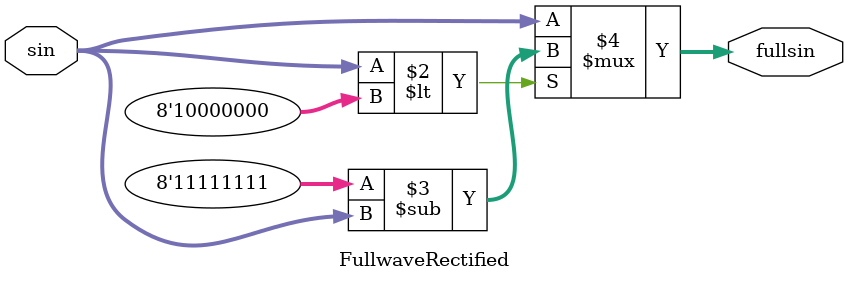
<source format=v>
module FullwaveRectified(sin, fullsin);
	output reg [7:0] fullsin;
	input [7:0] sin;
	always@(sin) begin
		fullsin = sin < 8'd128 ? 8'd255 - sin : sin;
	end
endmodule
</source>
